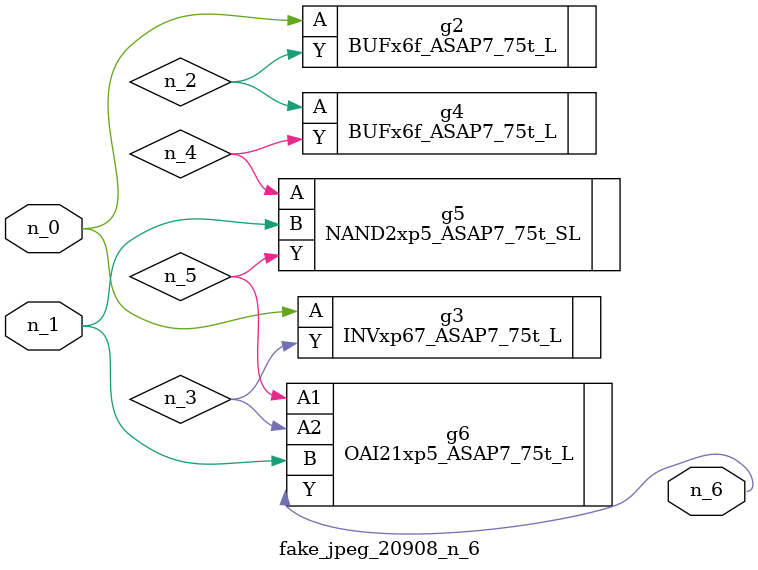
<source format=v>
module fake_jpeg_20908_n_6 (n_0, n_1, n_6);

input n_0;
input n_1;

output n_6;

wire n_2;
wire n_3;
wire n_4;
wire n_5;

BUFx6f_ASAP7_75t_L g2 ( 
.A(n_0),
.Y(n_2)
);

INVxp67_ASAP7_75t_L g3 ( 
.A(n_0),
.Y(n_3)
);

BUFx6f_ASAP7_75t_L g4 ( 
.A(n_2),
.Y(n_4)
);

NAND2xp5_ASAP7_75t_SL g5 ( 
.A(n_4),
.B(n_1),
.Y(n_5)
);

OAI21xp5_ASAP7_75t_L g6 ( 
.A1(n_5),
.A2(n_3),
.B(n_1),
.Y(n_6)
);


endmodule
</source>
